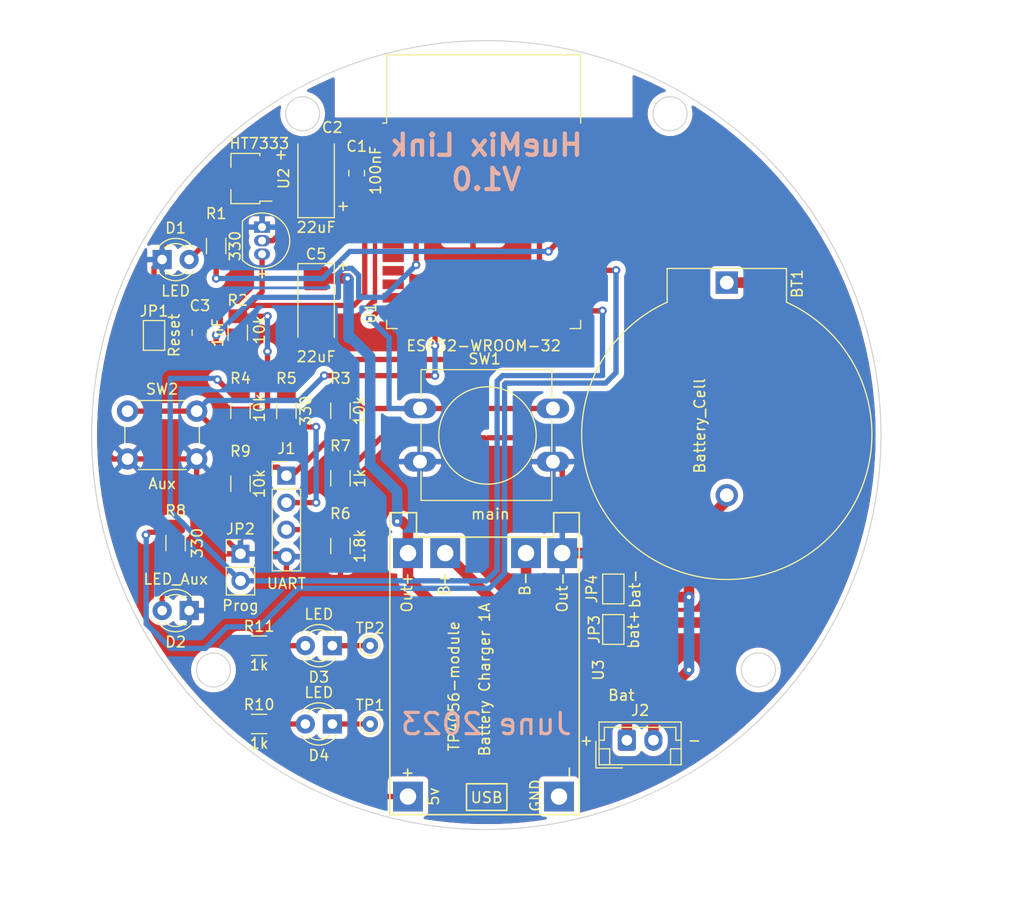
<source format=kicad_pcb>
(kicad_pcb (version 20211014) (generator pcbnew)
  (layers (0 "F.Cu" signal) (31 "B.Cu" signal) (34 "B.Paste" user) (35 "F.Paste" user) (36 "B.SilkS" user "B.Silkscreen") (37 "F.SilkS" user "F.Silkscreen") (38 "B.Mask" user) (39 "F.Mask" user) (44 "Edge.Cuts" user))
  (net 0 "")
  (net 1 "+BATT")
  (net 2 "-BATT")
  (net 3 "+3.3V")
  (net 4 "GND")
  (net 5 "Net-(C3-Pad1)")
  (net 6 "Net-(C5-Pad1)")
  (net 7 "Net-(D1-Pad2)")
  (net 8 "Net-(D2-Pad2)")
  (net 9 "Net-(D3-Pad1)")
  (net 10 "Net-(D3-Pad2)")
  (net 11 "Net-(D4-Pad1)")
  (net 12 "Net-(D4-Pad2)")
  (net 13 "Net-(J1-Pad2)")
  (net 14 "Net-(J1-Pad3)")
  (net 15 "Net-(JP2-Pad2)")
  (net 16 "Net-(R1-Pad1)")
  (net 17 "Net-(R3-Pad1)")
  (net 18 "Net-(R5-Pad2)")
  (net 19 "Net-(R7-Pad2)")
  (net 20 "Net-(R8-Pad1)")
  (net 21 "Net-(R9-Pad1)")
  (net 22 "+5V")
  (net 49 "GND1")
  (footprint "Resistor_SMD:R_1206_3216Metric_Pad1.30x1.75mm_HandSolder" (layer "F.Cu") (at 131.292 100.584)
    (fp_text reference "R11" (at 0 -1.82) (layer "F.SilkS"))
    (fp_text value "1k" (at 0 1.82) (layer "F.SilkS"))
    (pad "1" smd roundrect (at -1.55 0) (size 1.3 1.75) (layers "F.Cu" "F.Paste" "F.Mask") (roundrect_rratio 0.1923076923) (net 22 "+5V"))
    (pad "2" smd roundrect (at 1.55 0) (size 1.3 1.75) (layers "F.Cu" "F.Paste" "F.Mask") (roundrect_rratio 0.1923076923) (net 10 "Net-(D3-Pad2)"))
  )
  (footprint "LED_THT:LED_D3.0mm" (layer "F.Cu") (at 124.719 97.282 180)
    (fp_text reference "D2" (at 1.27 -2.96) (layer "F.SilkS"))
    (fp_text value "LED_Aux" (at 1.27 2.96) (layer "F.SilkS"))
    (pad "1" thru_hole rect (at 0 0 180) (size 1.8 1.8) (drill 0.9) (layers *.Cu *.Mask) (net 4 "GND"))
    (pad "2" thru_hole circle (at 2.54 0 180) (size 1.8 1.8) (drill 0.9) (layers *.Cu *.Mask) (net 8 "Net-(D2-Pad2)"))
  )
  (footprint "Resistor_SMD:R_1206_3216Metric_Pad1.30x1.75mm_HandSolder" (layer "F.Cu") (at 138.938 78.486 -90)
    (fp_text reference "R3" (at -3.048 0 180) (layer "F.SilkS"))
    (fp_text value "10k" (at 0 -1.778 90) (layer "F.SilkS"))
    (pad "1" smd roundrect locked (at -1.55 0 270) (size 1.3 1.75) (layers "F.Cu" "F.Paste" "F.Mask") (roundrect_rratio 0.1923076923) (net 17 "Net-(R3-Pad1)"))
    (pad "2" smd roundrect locked (at 1.55 0 270) (size 1.3 1.75) (layers "F.Cu" "F.Paste" "F.Mask") (roundrect_rratio 0.1923076923) (net 3 "+3.3V"))
  )
  (footprint "LED_THT:LED_D3.0mm" (layer "F.Cu") (at 122.174 64.262)
    (fp_text reference "D1" (at 1.27 -2.96) (layer "F.SilkS"))
    (fp_text value "LED" (at 1.27 2.96) (layer "F.SilkS"))
    (pad "1" thru_hole rect (at 0 0) (size 1.8 1.8) (drill 0.9) (layers *.Cu *.Mask) (net 4 "GND"))
    (pad "2" thru_hole circle (at 2.54 0) (size 1.8 1.8) (drill 0.9) (layers *.Cu *.Mask) (net 7 "Net-(D1-Pad2)"))
  )
  (footprint "Connector_PinHeader_2.54mm:PinHeader_1x04_P2.54mm_Vertical" (layer "F.Cu") (at 133.858 84.592)
    (fp_text reference "J1" (at 0 -2.55) (layer "F.SilkS"))
    (fp_text value "UART" (at 0 10.15) (layer "F.SilkS"))
    (pad "1" thru_hole rect (at 0 0) (size 1.7 1.7) (drill 1) (layers *.Cu *.Mask) (net 3 "+3.3V"))
    (pad "2" thru_hole oval (at 0 2.54) (size 1.7 1.7) (drill 1) (layers *.Cu *.Mask) (net 13 "Net-(J1-Pad2)"))
    (pad "3" thru_hole oval (at 0 5.08) (size 1.7 1.7) (drill 1) (layers *.Cu *.Mask) (net 14 "Net-(J1-Pad3)"))
    (pad "4" thru_hole oval (at 0 7.62) (size 1.7 1.7) (drill 1) (layers *.Cu *.Mask) (net 4 "GND"))
  )
  (footprint "LED_THT:LED_D3.0mm" (layer "F.Cu") (at 138.181 107.95 180)
    (fp_text reference "D4" (at 1.27 -2.96) (layer "F.SilkS"))
    (fp_text value "LED" (at 1.27 2.96) (layer "F.SilkS"))
    (pad "1" thru_hole rect (at 0 0 180) (size 1.8 1.8) (drill 0.9) (layers *.Cu *.Mask) (net 11 "Net-(D4-Pad1)"))
    (pad "2" thru_hole circle (at 2.54 0 180) (size 1.8 1.8) (drill 0.9) (layers *.Cu *.Mask) (net 12 "Net-(D4-Pad2)"))
  )
  (footprint "Button_Switch_THT:SW_PUSH_6mm" (layer "F.Cu") (at 118.924 78.522)
    (fp_text reference "SW2" (at 3.25 -2.068) (layer "F.SilkS"))
    (fp_text value "Aux" (at 3.25 6.822) (layer "F.SilkS"))
    (pad "1" thru_hole circle (at 0 0 90) (size 2 2) (drill 1.1) (layers *.Cu *.Mask) (net 21 "Net-(R9-Pad1)"))
    (pad "1" thru_hole circle (at 6.5 0 90) (size 2 2) (drill 1.1) (layers *.Cu *.Mask) (net 21 "Net-(R9-Pad1)"))
    (pad "2" thru_hole circle (at 0 4.5 90) (size 2 2) (drill 1.1) (layers *.Cu *.Mask) (net 4 "GND"))
    (pad "2" thru_hole circle (at 6.5 4.5 90) (size 2 2) (drill 1.1) (layers *.Cu *.Mask) (net 4 "GND"))
  )
  (footprint "Capacitor_Tantalum_SMD:CP_EIA-6032-20_AVX-F_Pad2.25x2.35mm_HandSolder" (layer "F.Cu") (at 136.652 68.58 -90)
    (fp_text reference "C5" (at -4.826 0) (layer "F.SilkS"))
    (fp_text value "22uF" (at 4.826 0) (layer "F.SilkS"))
    (pad "1" smd roundrect locked (at -2.55 0 270) (size 2.25 2.35) (layers "F.Cu" "F.Paste" "F.Mask") (roundrect_rratio 0.1111111111) (net 6 "Net-(C5-Pad1)"))
    (pad "2" smd roundrect locked (at 2.55 0 270) (size 2.25 2.35) (layers "F.Cu" "F.Paste" "F.Mask") (roundrect_rratio 0.1111111111) (net 4 "GND"))
  )
  (footprint "Resistor_SMD:R_1206_3216Metric_Pad1.30x1.75mm_HandSolder" (layer "F.Cu") (at 131.292 107.95)
    (fp_text reference "R10" (at 0 -1.82) (layer "F.SilkS"))
    (fp_text value "1k" (at 0 1.82) (layer "F.SilkS"))
    (pad "1" smd roundrect (at -1.55 0) (size 1.3 1.75) (layers "F.Cu" "F.Paste" "F.Mask") (roundrect_rratio 0.1923076923) (net 22 "+5V"))
    (pad "2" smd roundrect (at 1.55 0) (size 1.3 1.75) (layers "F.Cu" "F.Paste" "F.Mask") (roundrect_rratio 0.1923076923) (net 12 "Net-(D4-Pad2)"))
  )
  (footprint "Resistor_SMD:R_1206_3216Metric_Pad1.30x1.75mm_HandSolder" (layer "F.Cu") (at 129.54 85.344 90)
    (fp_text reference "R9" (at 3.048 0 180) (layer "F.SilkS"))
    (fp_text value "10k" (at 0 1.778 270) (layer "F.SilkS"))
    (pad "1" smd roundrect locked (at -1.55 0 90) (size 1.3 1.75) (layers "F.Cu" "F.Paste" "F.Mask") (roundrect_rratio 0.1923076923) (net 21 "Net-(R9-Pad1)"))
    (pad "2" smd roundrect locked (at 1.55 0 90) (size 1.3 1.75) (layers "F.Cu" "F.Paste" "F.Mask") (roundrect_rratio 0.1923076923) (net 3 "+3.3V"))
  )
  (footprint "Capacitor_SMD:C_0805_2012Metric_Pad1.18x1.45mm_HandSolder" (layer "F.Cu") (at 140.462 56.134 90)
    (fp_text reference "C1" (at 2.5185 0) (layer "F.SilkS"))
    (fp_text value "100nF" (at 0.254 1.778 90) (layer "F.SilkS"))
    (pad "1" smd roundrect (at -1.0375 0 90) (size 1.175 1.45) (layers "F.Cu" "F.Paste" "F.Mask") (roundrect_rratio 0.2127659574) (net 3 "+3.3V"))
    (pad "2" smd roundrect (at 1.0375 0 90) (size 1.175 1.45) (layers "F.Cu" "F.Paste" "F.Mask") (roundrect_rratio 0.2127659574) (net 4 "GND"))
  )
  (footprint "Jumper:SolderJumper-2_P1.3mm_Open_Pad1.0x1.5mm" (layer "F.Cu") (at 164.592 95.25 -90)
    (fp_text reference "JP4" (at 0 2.032 90) (layer "F.SilkS"))
    (fp_text value "bat-" (at 0 -2.032 90) (layer "F.SilkS"))
    (pad "1" smd rect (at -0.65 0 270) (size 1 1.5) (layers "F.Cu" "F.Mask") (net 4 "GND"))
    (pad "2" smd rect (at 0.65 0 270) (size 1 1.5) (layers "F.Cu" "F.Mask") (net 2 "-BATT"))
  )
  (footprint "Resistor_SMD:R_1206_3216Metric_Pad1.30x1.75mm_HandSolder" (layer "F.Cu") (at 129.54 78.486 90)
    (fp_text reference "R4" (at 3.048 0 180) (layer "F.SilkS"))
    (fp_text value "10k" (at 0.254 1.778 90) (layer "F.SilkS"))
    (pad "1" smd roundrect (at -1.55 0 90) (size 1.3 1.75) (layers "F.Cu" "F.Paste" "F.Mask") (roundrect_rratio 0.1923076923) (net 3 "+3.3V"))
    (pad "2" smd roundrect (at 1.55 0 90) (size 1.3 1.75) (layers "F.Cu" "F.Paste" "F.Mask") (roundrect_rratio 0.1923076923) (net 15 "Net-(JP2-Pad2)"))
  )
  (footprint "Resistor_SMD:R_1206_3216Metric_Pad1.30x1.75mm_HandSolder" (layer "F.Cu") (at 138.938 91.212 90)
    (fp_text reference "R6" (at 3.048 0 180) (layer "F.SilkS"))
    (fp_text value "1.8k" (at 0 1.82 90) (layer "F.SilkS"))
    (pad "1" smd roundrect (at -1.55 0 90) (size 1.3 1.75) (layers "F.Cu" "F.Paste" "F.Mask") (roundrect_rratio 0.1923076923) (net 4 "GND"))
    (pad "2" smd roundrect (at 1.55 0 90) (size 1.3 1.75) (layers "F.Cu" "F.Paste" "F.Mask") (roundrect_rratio 0.1923076923) (net 14 "Net-(J1-Pad3)"))
  )
  (footprint "Capacitor_SMD:C_0805_2012Metric_Pad1.18x1.45mm_HandSolder" (layer "F.Cu") (at 125.73 71.146 90)
    (fp_text reference "C3" (at 2.54 0 180) (layer "F.SilkS"))
    (fp_text value "1nF" (at 0 1.68 90) (layer "F.SilkS"))
    (pad "1" smd roundrect (at -1.0375 0 90) (size 1.175 1.45) (layers "F.Cu" "F.Paste" "F.Mask") (roundrect_rratio 0.2127659574) (net 5 "Net-(C3-Pad1)"))
    (pad "2" smd roundrect (at 1.0375 0 90) (size 1.175 1.45) (layers "F.Cu" "F.Paste" "F.Mask") (roundrect_rratio 0.2127659574) (net 4 "GND"))
  )
  (footprint "Button_Switch_THT:SW_PUSH-12mm" (layer "F.Cu") (at 146.414 78.272)
    (fp_text reference "SW1" (at 6.08 -4.66) (layer "F.SilkS"))
    (fp_text value "main" (at 6.62 9.93) (layer "F.SilkS"))
    (pad "1" thru_hole oval (at 0 0) (size 3.048 1.85) (drill 1.3) (layers *.Cu *.Mask) (net 17 "Net-(R3-Pad1)"))
    (pad "1" thru_hole oval (at 12.5 0) (size 3.048 1.85) (drill 1.3) (layers *.Cu *.Mask) (net 17 "Net-(R3-Pad1)"))
    (pad "2" thru_hole oval (at 0 5) (size 3.048 1.85) (drill 1.3) (layers *.Cu *.Mask) (net 4 "GND"))
    (pad "2" thru_hole oval (at 12.5 5) (size 3.048 1.85) (drill 1.3) (layers *.Cu *.Mask) (net 4 "GND"))
  )
  (footprint "Jumper:SolderJumper-2_P1.3mm_Open_Pad1.0x1.5mm" (layer "F.Cu") (at 121.412 71.4 90)
    (fp_text reference "JP1" (at 2.286 0 180) (layer "F.SilkS"))
    (fp_text value "Reset" (at 0 1.9 90) (layer "F.SilkS"))
    (pad "1" smd rect locked (at -0.65 0 90) (size 1 1.5) (layers "F.Cu" "F.Mask") (net 5 "Net-(C3-Pad1)"))
    (pad "2" smd rect locked (at 0.65 0 90) (size 1 1.5) (layers "F.Cu" "F.Mask") (net 4 "GND"))
  )
  (footprint "Capacitor_Tantalum_SMD:CP_EIA-6032-20_AVX-F_Pad2.25x2.35mm_HandSolder" (layer "F.Cu") (at 136.652 56.388 90)
    (fp_text reference "C2" (at 4.547 1.524 180) (layer "F.SilkS"))
    (fp_text value "22uF" (at -4.851 0 180) (layer "F.SilkS"))
    (pad "1" smd roundrect locked (at -2.55 0 90) (size 2.25 2.35) (layers "F.Cu" "F.Paste" "F.Mask") (roundrect_rratio 0.1111111111) (net 3 "+3.3V"))
    (pad "2" smd roundrect locked (at 2.55 0 90) (size 2.25 2.35) (layers "F.Cu" "F.Paste" "F.Mask") (roundrect_rratio 0.1111111111) (net 4 "GND"))
  )
  (footprint "Resistor_SMD:R_1206_3216Metric_Pad1.30x1.75mm_HandSolder" (layer "F.Cu") (at 133.858 78.486 90)
    (fp_text reference "R5" (at 3.048 0 180) (layer "F.SilkS"))
    (fp_text value "330" (at 0 1.82 90) (layer "F.SilkS"))
    (pad "1" smd roundrect (at -1.55 0 90) (size 1.3 1.75) (layers "F.Cu" "F.Paste" "F.Mask") (roundrect_rratio 0.1923076923) (net 13 "Net-(J1-Pad2)"))
    (pad "2" smd roundrect (at 1.55 0 90) (size 1.3 1.75) (layers "F.Cu" "F.Paste" "F.Mask") (roundrect_rratio 0.1923076923) (net 18 "Net-(R5-Pad2)"))
  )
  (footprint "Resistor_SMD:R_1206_3216Metric_Pad1.30x1.75mm_HandSolder" (layer "F.Cu") (at 138.938 84.836 90)
    (fp_text reference "R7" (at 3.048 0 180) (layer "F.SilkS"))
    (fp_text value "1k" (at 0 1.82 90) (layer "F.SilkS"))
    (pad "1" smd roundrect (at -1.55 0 90) (size 1.3 1.75) (layers "F.Cu" "F.Paste" "F.Mask") (roundrect_rratio 0.1923076923) (net 14 "Net-(J1-Pad3)"))
    (pad "2" smd roundrect (at 1.55 0 90) (size 1.3 1.75) (layers "F.Cu" "F.Paste" "F.Mask") (roundrect_rratio 0.1923076923) (net 19 "Net-(R7-Pad2)"))
  )
  (footprint "Package_TO_SOT_SMD:SOT-89-3" (layer "F.Cu") (at 130.302 56.642 180)
    (fp_text reference "U2" (at -3.302 0 90) (layer "F.SilkS"))
    (fp_text value "HT7333" (at -1.016 3.302) (layer "F.SilkS"))
    (pad "1" smd rect (at -1.65 -1.5 180) (size 1.3 0.9) (layers "F.Cu" "F.Paste" "F.Mask") (net 4 "GND"))
    (pad "2" smd custom (at -1.5625 0 180) (size 1.475 0.9) (layers "F.Cu" "F.Paste" "F.Mask") (net 6 "Net-(C5-Pad1)") (options (clearance outline) (anchor rect)) (primitives (gr_poly (pts (xy 3.8625 0.8665) (xy 0.7375 0.8665) (xy 0.7375 -0.8665) (xy 3.8625 -0.8665)) (width 0) (fill yes))))
    (pad "3" smd rect (at -1.65 1.5 180) (size 1.3 0.9) (layers "F.Cu" "F.Paste" "F.Mask") (net 3 "+3.3V"))
  )
  (footprint "Jumper:SolderJumper-2_P1.3mm_Open_Pad1.0x1.5mm" (layer "F.Cu") (at 164.592 99.06 90)
    (fp_text reference "JP3" (at 0 -1.8 90) (layer "F.SilkS"))
    (fp_text value "bat+" (at 0 1.9 90) (layer "F.SilkS"))
    (pad "1" smd rect (at -0.65 0 90) (size 1 1.5) (layers "F.Cu" "F.Mask") (net 6 "Net-(C5-Pad1)"))
    (pad "2" smd rect (at 0.65 0 90) (size 1 1.5) (layers "F.Cu" "F.Mask") (net 1 "+BATT"))
  )
  (footprint "TP4056-18650-master:TP4056-18650" (layer "F.Cu") (at 143.5875 116.4745 90)
    (fp_text reference "U3" (at 13.6 19.6 90) (layer "F.SilkS"))
    (fp_text value "TP4056-module" (at 12.0805 6.0185 90) (layer "F.SilkS"))
    (fp_text user "-" (at 4 16.8 90) (layer "F.SilkS"))
    (fp_text user "+" (at 3.9 1.6 90) (layer "F.SilkS"))
    (fp_text user "B-" (at 21.7 12.7 90) (layer "F.SilkS"))
    (fp_text user "Battery Charger 1A" (at 12.7 8.9 90) (layer "F.SilkS"))
    (fp_text user "Out+" (at 20.9 1.6 90) (layer "F.SilkS"))
    (fp_text user "Out-" (at 20.9 16.2 90) (layer "F.SilkS"))
    (fp_text user "USB" (at 1.6 9.1) (layer "F.SilkS"))
    (fp_text user "B+" (at 21.7 5.1 90) (layer "F.SilkS"))
    (fp_text user "GND" (at 1.8 13.7 90) (layer "F.SilkS"))
    (fp_text user "5v" (at 1.7 4.1 90) (layer "F.SilkS"))
    (pad "1" thru_hole rect locked (at 1.7 1.7 90) (size 2.8 2.8) (drill 1.54) (layers *.Cu *.Mask) (net 22 "+5V"))
    (pad "2" thru_hole rect locked (at 1.7 15.9 90) (size 2.8 2.8) (drill 1.54) (layers *.Cu *.Mask) (net 49 "GND1"))
    (pad "3" thru_hole rect locked (at 24.6 1.7 90) (size 2.8 2.8) (drill 1.54) (layers *.Cu *.Mask) (net 6 "Net-(C5-Pad1)"))
    (pad "4" thru_hole rect locked (at 24.6 16.2 90) (size 2.8 2.8) (drill 1.54) (layers *.Cu *.Mask) (net 4 "GND"))
    (pad "5" thru_hole rect locked (at 24.6 5.2 90) (size 2.8 2.8) (drill 1.54) (layers *.Cu *.Mask) (net 1 "+BATT"))
    (pad "6" thru_hole rect locked (at 24.6 12.8 90) (size 2.8 2.8) (drill 1.54) (layers *.Cu *.Mask) (net 2 "-BATT"))
  )
  (footprint "Battery:BatteryHolder_ComfortableElectronic_CH273-2450_1x2450" (layer "F.Cu") (at 175.26 66.43392 -90)
    (fp_text reference "BT1" (at 0.1 -6.62 -90) (layer "F.SilkS"))
    (fp_text value "Battery_Cell" (at 13.47 2.54 -90) (layer "F.SilkS"))
    (pad "1" thru_hole rect (at 0 0 180) (size 2.1 2.1) (drill 1.3) (layers *.Cu *.Mask) (net 1 "+BATT"))
    (pad "2" thru_hole circle (at 20 0 180) (size 2.1 2.1) (drill 1.3) (layers *.Cu *.Mask) (net 2 "-BATT"))
  )
  (footprint "Resistor_SMD:R_1206_3216Metric_Pad1.30x1.75mm_HandSolder" (layer "F.Cu") (at 129.286 71.146 90)
    (fp_text reference "R2" (at 3.048 0 180) (layer "F.SilkS"))
    (fp_text value "10k" (at 0.254 2.032 90) (layer "F.SilkS"))
    (pad "1" smd roundrect locked (at -1.55 0 90) (size 1.3 1.75) (layers "F.Cu" "F.Paste" "F.Mask") (roundrect_rratio 0.1923076923) (net 5 "Net-(C3-Pad1)"))
    (pad "2" smd roundrect locked (at 1.55 0 90) (size 1.3 1.75) (layers "F.Cu" "F.Paste" "F.Mask") (roundrect_rratio 0.1923076923) (net 3 "+3.3V"))
  )
  (footprint "TestPoint:TestPoint_THTPad_D1.5mm_Drill0.7mm" (layer "F.Cu") (at 141.732 100.584)
    (fp_text reference "TP2" (at 0 -1.648) (layer "F.SilkS"))
    (fp_text value "Charging" hide)
    (pad "1" thru_hole circle (at 0 0) (size 1.5 1.5) (drill 0.7) (layers *.Cu *.Mask) (net 9 "Net-(D3-Pad1)"))
  )
  (footprint "TestPoint:TestPoint_THTPad_D1.5mm_Drill0.7mm" (layer "F.Cu") (at 141.732 107.95 90)
    (fp_text reference "TP1" (at 1.778 0 180) (layer "F.SilkS"))
    (fp_text value "Standby" hide)
    (pad "1" thru_hole circle (at 0 0 90) (size 1.5 1.5) (drill 0.7) (layers *.Cu *.Mask) (net 11 "Net-(D4-Pad1)"))
  )
  (footprint "RF_Module:ESP32-WROOM-32" (layer "F.Cu") (at 152.4 60.876)
    (fp_text reference "U1" (at -10.61 8.43 90) (layer "F.SilkS"))
    (fp_text value "ESP32-WROOM-32" (at 0 11.5) (layer "F.SilkS"))
    (pad "1" smd rect (at -8.5 -8.255) (size 2 0.9) (layers "F.Cu" "F.Paste" "F.Mask") (net 4 "GND"))
    (pad "2" smd rect (at -8.5 -6.985) (size 2 0.9) (layers "F.Cu" "F.Paste" "F.Mask") (net 3 "+3.3V"))
    (pad "3" smd rect (at -8.5 -5.715) (size 2 0.9) (layers "F.Cu" "F.Paste" "F.Mask") (net 5 "Net-(C3-Pad1)"))
    (pad "4" smd rect (at -8.5 -4.445) (size 2 0.9) (layers "F.Cu" "F.Paste" "F.Mask"))
    (pad "5" smd rect (at -8.5 -3.175) (size 2 0.9) (layers "F.Cu" "F.Paste" "F.Mask"))
    (pad "6" smd rect (at -8.5 -1.905) (size 2 0.9) (layers "F.Cu" "F.Paste" "F.Mask"))
    (pad "7" smd rect (at -8.5 -0.635) (size 2 0.9) (layers "F.Cu" "F.Paste" "F.Mask"))
    (pad "8" smd rect (at -8.5 0.635) (size 2 0.9) (layers "F.Cu" "F.Paste" "F.Mask"))
    (pad "9" smd rect (at -8.5 1.905) (size 2 0.9) (layers "F.Cu" "F.Paste" "F.Mask"))
    (pad "10" smd rect (at -8.5 3.175) (size 2 0.9) (layers "F.Cu" "F.Paste" "F.Mask"))
    (pad "11" smd rect (at -8.5 4.445) (size 2 0.9) (layers "F.Cu" "F.Paste" "F.Mask"))
    (pad "12" smd rect (at -8.5 5.715) (size 2 0.9) (layers "F.Cu" "F.Paste" "F.Mask"))
    (pad "13" smd rect (at -8.5 6.985) (size 2 0.9) (layers "F.Cu" "F.Paste" "F.Mask"))
    (pad "14" smd rect (at -8.5 8.255) (size 2 0.9) (layers "F.Cu" "F.Paste" "F.Mask") (net 17 "Net-(R3-Pad1)"))
    (pad "15" smd rect (at -5.715 9.255 90) (size 2 0.9) (layers "F.Cu" "F.Paste" "F.Mask") (net 4 "GND"))
    (pad "16" smd rect (at -4.445 9.255 90) (size 2 0.9) (layers "F.Cu" "F.Paste" "F.Mask") (net 21 "Net-(R9-Pad1)"))
    (pad "17" smd rect (at -3.175 9.255 90) (size 2 0.9) (layers "F.Cu" "F.Paste" "F.Mask"))
    (pad "18" smd rect (at -1.905 9.255 90) (size 2 0.9) (layers "F.Cu" "F.Paste" "F.Mask"))
    (pad "19" smd rect (at -0.635 9.255 90) (size 2 0.9) (layers "F.Cu" "F.Paste" "F.Mask"))
    (pad "20" smd rect (at 0.635 9.255 90) (size 2 0.9) (layers "F.Cu" "F.Paste" "F.Mask"))
    (pad "21" smd rect (at 1.905 9.255 90) (size 2 0.9) (layers "F.Cu" "F.Paste" "F.Mask"))
    (pad "22" smd rect (at 3.175 9.255 90) (size 2 0.9) (layers "F.Cu" "F.Paste" "F.Mask"))
    (pad "23" smd rect (at 4.445 9.255 90) (size 2 0.9) (layers "F.Cu" "F.Paste" "F.Mask"))
    (pad "24" smd rect (at 5.715 9.255 90) (size 2 0.9) (layers "F.Cu" "F.Paste" "F.Mask"))
    (pad "25" smd rect (at 8.5 8.255) (size 2 0.9) (layers "F.Cu" "F.Paste" "F.Mask") (net 15 "Net-(JP2-Pad2)"))
    (pad "26" smd rect (at 8.5 6.985) (size 2 0.9) (layers "F.Cu" "F.Paste" "F.Mask"))
    (pad "27" smd rect (at 8.5 5.715) (size 2 0.9) (layers "F.Cu" "F.Paste" "F.Mask"))
    (pad "28" smd rect (at 8.5 4.445) (size 2 0.9) (layers "F.Cu" "F.Paste" "F.Mask") (net 20 "Net-(R8-Pad1)"))
    (pad "29" smd rect (at 8.5 3.175) (size 2 0.9) (layers "F.Cu" "F.Paste" "F.Mask"))
    (pad "30" smd rect (at 8.5 1.905) (size 2 0.9) (layers "F.Cu" "F.Paste" "F.Mask") (net 16 "Net-(R1-Pad1)"))
    (pad "31" smd rect (at 8.5 0.635) (size 2 0.9) (layers "F.Cu" "F.Paste" "F.Mask"))
    (pad "32" smd rect (at 8.5 -0.635) (size 2 0.9) (layers "F.Cu" "F.Paste" "F.Mask"))
    (pad "33" smd rect (at 8.5 -1.905) (size 2 0.9) (layers "F.Cu" "F.Paste" "F.Mask"))
    (pad "34" smd rect (at 8.5 -3.175) (size 2 0.9) (layers "F.Cu" "F.Paste" "F.Mask") (net 19 "Net-(R7-Pad2)"))
    (pad "35" smd rect (at 8.5 -4.445) (size 2 0.9) (layers "F.Cu" "F.Paste" "F.Mask") (net 18 "Net-(R5-Pad2)"))
    (pad "36" smd rect (at 8.5 -5.715) (size 2 0.9) (layers "F.Cu" "F.Paste" "F.Mask"))
    (pad "37" smd rect (at 8.5 -6.985) (size 2 0.9) (layers "F.Cu" "F.Paste" "F.Mask"))
    (pad "38" smd rect (at 8.5 -8.255) (size 2 0.9) (layers "F.Cu" "F.Paste" "F.Mask") (net 4 "GND"))
    (pad "39" smd rect (at -1 -0.755) (size 5 5) (layers "F.Cu" "F.Paste" "F.Mask") (net 4 "GND"))
    (zone (net 0) (net_name "") (layers *.Cu) (connect_pads (clearance 0)) (min_thickness 0.254)
      (keepout (tracks not_allowed) (vias not_allowed) (pads not_allowed) (copperpour not_allowed) (footprints not_allowed))
      (fill (thermal_gap 0.508) (thermal_bridge_width 0.508))
      (polygon (pts (xy 138.4 50.906) (xy 166.4 50.906) (xy 166.4 40.126) (xy 138.4 40.126)))
    )
  )
  (footprint "Connector_PinHeader_2.54mm:PinHeader_1x02_P2.54mm_Vertical" (layer "F.Cu") (at 129.54 91.943)
    (fp_text reference "JP2" (at 0 -2.33) (layer "F.SilkS"))
    (fp_text value "Prog" (at 0 4.87) (layer "F.SilkS"))
    (pad "1" thru_hole rect (at 0 0) (size 1.7 1.7) (drill 1) (layers *.Cu *.Mask) (net 4 "GND"))
    (pad "2" thru_hole oval (at 0 2.54) (size 1.7 1.7) (drill 1) (layers *.Cu *.Mask) (net 15 "Net-(JP2-Pad2)"))
  )
  (footprint "Resistor_SMD:R_1206_3216Metric_Pad1.30x1.75mm_HandSolder" (layer "F.Cu") (at 123.444 90.932 -90)
    (fp_text reference "R8" (at -3.048 0 180) (layer "F.SilkS"))
    (fp_text value "330" (at 0 -2.032 90) (layer "F.SilkS"))
    (pad "1" smd roundrect (at -1.55 0 270) (size 1.3 1.75) (layers "F.Cu" "F.Paste" "F.Mask") (roundrect_rratio 0.1923076923) (net 20 "Net-(R8-Pad1)"))
    (pad "2" smd roundrect (at 1.55 0 270) (size 1.3 1.75) (layers "F.Cu" "F.Paste" "F.Mask") (roundrect_rratio 0.1923076923) (net 8 "Net-(D2-Pad2)"))
  )
  (footprint "Connector_JST:JST_EH_B2B-EH-A_1x02_P2.50mm_Vertical" (layer "F.Cu") (at 165.862 109.474)
    (fp_text reference "J2" (at 1.25 -2.8) (layer "F.SilkS"))
    (fp_text value "Bat" (at -0.518 -4.227167) (layer "F.SilkS"))
    (pad "1" thru_hole roundrect (at 0 0) (size 1.7 2) (drill 1) (layers *.Cu *.Mask) (roundrect_rratio 0.1470588235) (net 1 "+BATT"))
    (pad "2" thru_hole oval (at 2.5 0) (size 1.7 2) (drill 1) (layers *.Cu *.Mask) (net 2 "-BATT"))
  )
  (footprint "LED_THT:LED_D3.0mm" (layer "F.Cu") (at 138.181 100.584 180)
    (fp_text reference "D3" (at 1.27 -2.96) (layer "F.SilkS"))
    (fp_text value "LED" (at 1.27 2.96) (layer "F.SilkS"))
    (pad "1" thru_hole rect (at 0 0 180) (size 1.8 1.8) (drill 0.9) (layers *.Cu *.Mask) (net 9 "Net-(D3-Pad1)"))
    (pad "2" thru_hole circle (at 2.54 0 180) (size 1.8 1.8) (drill 0.9) (layers *.Cu *.Mask) (net 10 "Net-(D3-Pad2)"))
  )
  (footprint "Package_TO_SOT_THT:TO-92_Inline" (layer "F.Cu") (at 131.572 61.214 -90)
    (fp_text reference "U4" hide)
    (fp_text value "MCP1700")
    (pad "1" thru_hole rect (at 0 0 270) (size 1.05 1.5) (drill 0.75) (layers *.Cu *.Mask) (net 4 "GND"))
    (pad "2" thru_hole oval (at 1.27 0 270) (size 1.05 1.5) (drill 0.75) (layers *.Cu *.Mask) (net 6 "Net-(C5-Pad1)"))
    (pad "3" thru_hole oval (at 2.54 0 270) (size 1.05 1.5) (drill 0.75) (layers *.Cu *.Mask) (net 3 "+3.3V"))
  )
  (footprint "Resistor_SMD:R_1206_3216Metric_Pad1.30x1.75mm_HandSolder" (layer "F.Cu") (at 127.254 62.992 90)
    (fp_text reference "R1" (at 3.048 0 180) (layer "F.SilkS"))
    (fp_text value "330" (at 0 1.778 90) (layer "F.SilkS"))
    (pad "1" smd roundrect (at -1.55 0 90) (size 1.3 1.75) (layers "F.Cu" "F.Paste" "F.Mask") (roundrect_rratio 0.1923076923) (net 16 "Net-(R1-Pad1)"))
    (pad "2" smd roundrect (at 1.55 0 90) (size 1.3 1.75) (layers "F.Cu" "F.Paste" "F.Mask") (roundrect_rratio 0.1923076923) (net 7 "Net-(D1-Pad2)"))
  )
  (gr_circle locked (center 127 102.87) (end 128.6 102.87) (layer "Edge.Cuts") (width 0.1) (fill none))
  (gr_circle locked (center 152.654 80.772) (end 189.754 80.772) (layer "Edge.Cuts") (width 0.1) (fill none))
  (gr_circle (center 178.232 102.87) (end 179.832 102.87) (layer "Edge.Cuts") (width 0.1) (fill none))
  (gr_circle (center 169.926 50.546) (end 171.526 50.546) (layer "Edge.Cuts") (width 0.1) (fill none))
  (gr_circle locked (center 135.382 50.546) (end 136.982 50.546) (layer "Edge.Cuts") (width 0.1) (fill none))
  (gr_circle (center 152.654 80.772) (end 152.654 80.772) (layer "Edge.Cuts") (width 0.1) (fill none))
  (gr_text "HueMix Link\nV1.0\n" (at 152.654 55.118) (layer "B.SilkS") (effects (font (size 2 2) (thickness 0.4)) (justify mirror)))
  (gr_text "June 2023" (at 152.654 107.95) (layer "B.SilkS") (effects (font (size 2 2) (thickness 0.3)) (justify mirror)))
  (gr_text "+" (at 162.052 109.474) (layer "F.SilkS") (effects (font (size 1 1))))
  (gr_text "-" (at 172.212 109.474) (layer "F.SilkS") (effects (font (size 1 1))))
  (gr_text "+" (at 139.192 64.77) (layer "F.SilkS") (effects (font (size 1 1))))
  (gr_text "+" (at 133.35 54.356) (layer "F.SilkS") (effects (font (size 1 1))))
  (gr_text "+" (at 131.572 65.532) (layer "F.SilkS") (effects (font (size 1 1))))
  (gr_text "+" (at 139.192 59.182) (layer "F.SilkS") (effects (font (size 1 1))))
  (segment (start 176.984336 66.43392) (end 175.26 66.43392) (width 1) (layer "F.Cu") (net 1))
  (segment (start 164.592 98.41) (end 155.323 98.41) (width 1) (layer "F.Cu") (net 1))
  (segment (start 165.862 103.886) (end 167.528 102.22) (width 1) (layer "F.Cu") (net 1))
  (segment (start 177.688 98.41) (end 183.642 92.456) (width 1) (layer "F.Cu") (net 1))
  (segment (start 167.528 98.41) (end 177.688 98.41) (width 1) (layer "F.Cu") (net 1))
  (segment (start 183.642 73.091584) (end 176.984336 66.43392) (width 1) (layer "F.Cu") (net 1))
  (segment (start 167.528 98.41) (end 164.592 98.41) (width 1) (layer "F.Cu") (net 1))
  (segment (start 167.528 102.22) (end 167.528 98.41) (width 1) (layer "F.Cu") (net 1))
  (segment (start 183.642 92.456) (end 183.642 73.091584) (width 1) (layer "F.Cu") (net 1))
  (segment (start 155.323 98.41) (end 148.7875 91.8745) (width 1) (layer "F.Cu") (net 1))
  (segment (start 165.862 109.474) (end 165.862 103.886) (width 1) (layer "F.Cu") (net 1))
  (segment (start 168.115584 95.9) (end 164.592 95.9) (width 1) (layer "F.Cu") (net 2))
  (segment (start 168.362 109.474) (end 168.362 106.212) (width 1) (layer "F.Cu") (net 2))
  (segment (start 156.3875 94.4115) (end 156.3875 91.8745) (width 1) (layer "F.Cu") (net 2))
  (segment (start 171.704 96.012) (end 171.704 90.47992) (width 1) (layer "F.Cu") (net 2))
  (segment (start 164.592 95.9) (end 157.876 95.9) (width 1) (layer "F.Cu") (net 2))
  (segment (start 157.876 95.9) (end 156.3875 94.4115) (width 1) (layer "F.Cu") (net 2))
  (segment (start 168.227584 96.012) (end 168.115584 95.9) (width 1) (layer "F.Cu") (net 2))
  (segment (start 168.362 106.212) (end 171.704 102.87) (width 1) (layer "F.Cu") (net 2))
  (segment (start 171.704 96.012) (end 168.227584 96.012) (width 1) (layer "F.Cu") (net 2))
  (segment (start 171.704 90.47992) (end 175.26 86.92392) (width 1) (layer "F.Cu") (net 2))
  (via (at 171.704 102.87) (size 0.8) (drill 0.4) (layers "F.Cu" "B.Cu") (net 2))
  (via (at 171.704 96.012) (size 0.8) (drill 0.4) (layers "F.Cu" "B.Cu") (net 2))
  (segment (start 171.704 102.87) (end 171.704 96.012) (width 1) (layer "B.Cu") (net 2))
  (segment (start 142.45 54.261) (end 142.82 53.891) (width 0.5) (layer "F.Cu") (net 3))
  (segment (start 140.208 68.58) (end 141.224 67.564) (width 0.5) (layer "F.Cu") (net 3))
  (segment (start 142.82 53.891) (end 143.9 53.891) (width 0.5) (layer "F.Cu") (net 3))
  (segment (start 132.856 55.142) (end 136.652 58.938) (width 0.5) (layer "F.Cu") (net 3))
  (segment (start 129.54 80.036) (end 131.8 80.036) (width 0.5) (layer "F.Cu") (net 3))
  (segment (start 132.08 69.596) (end 129.286 69.596) (width 0.5) (layer "F.Cu") (net 3))
  (segment (start 131.572 63.754) (end 131.572 67.31) (width 0.5) (layer "F.Cu") (net 3))
  (segment (start 131.8 80.036) (end 132.08 79.756) (width 0.5) (layer "F.Cu") (net 3))
  (segment (start 133.858 84.592) (end 134.382 84.592) (width 0.5) (layer "F.Cu") (net 3))
  (segment (start 136.652 58.938) (end 138.6955 58.938) (width 0.5) (layer "F.Cu") (net 3))
  (segment (start 138.6955 58.938) (end 140.462 57.1715) (width 0.5) (layer "F.Cu") (net 3))
  (segment (start 134.382 84.592) (end 138.938 80.036) (width 0.5) (layer "F.Cu") (net 3))
  (segment (start 141.224 57.9335) (end 140.462 57.1715) (width 0.5) (layer "F.Cu") (net 3))
  (segment (start 131.952 55.142) (end 132.856 55.142) (width 0.5) (layer "F.Cu") (net 3))
  (segment (start 131.572 67.31) (end 130.302 68.58) (width 0.5) (layer "F.Cu") (net 3))
  (segment (start 129.286 69.596) (end 130.302 68.58) (width 0.5) (layer "F.Cu") (net 3))
  (segment (start 133.06 83.794) (end 133.858 84.592) (width 0.5) (layer "F.Cu") (net 3))
  (segment (start 129.54 83.794) (end 129.54 80.036) (width 0.5) (layer "F.Cu") (net 3))
  (segment (start 142.45 55.1835) (end 142.45 54.261) (width 0.5) (layer "F.Cu") (net 3))
  (segment (start 140.462 57.1715) (end 142.45 55.1835) (width 0.5) (layer "F.Cu") (net 3))
  (segment (start 141.224 67.564) (end 141.224 57.9335) (width 0.5) (layer "F.Cu") (net 3))
  (segment (start 130.302 68.58) (end 140.208 68.58) (width 0.5) (layer "F.Cu") (net 3))
  (segment (start 129.54 83.794) (end 133.06 83.794) (width 0.5) (layer "F.Cu") (net 3))
  (segment (start 132.08 79.756) (end 132.08 72.898) (width 0.5) (layer "F.Cu") (net 3))
  (via (at 132.08 72.898) (size 0.8) (drill 0.4) (layers "F.Cu" "B.Cu") (net 3))
  (via (at 132.08 69.596) (size 0.8) (drill 0.4) (layers "F.Cu" "B.Cu") (net 3))
  (segment (start 132.08 72.898) (end 132.08 69.596) (width 0.5) (layer "B.Cu") (net 3))
  (segment (start 125.424 83.022) (end 125.424 87.827) (width 0.5) (layer "F.Cu") (net 4))
  (segment (start 131.572 61.214) (end 131.572 59.842) (width 0.5) (layer "F.Cu") (net 4))
  (segment (start 119.242 70.75) (end 121.412 70.75) (width 0.5) (layer "F.Cu") (net 4))
  (segment (start 131.572 59.842) (end 130.912 59.182) (width 0.5) (layer "F.Cu") (net 4))
  (segment (start 140.673 52.621) (end 137.869 52.621) (width 0.5) (layer "F.Cu") (net 4))
  (segment (start 137.414 53.076) (end 129.042 53.076) (width 0.5) (layer "F.Cu") (net 4))
  (segment (start 145.442 71.374) (end 146.685 70.131) (width 0.5) (layer "F.Cu") (net 4))
  (segment (start 142.788 83.272) (end 146.414 83.272) (width 0.5) (layer "F.Cu") (net 4))
  (segment (start 164.592 94.6) (end 164.592 92.964) (width 1) (layer "F.Cu") (net 4))
  (segment (start 121.412 65.024) (end 122.174 64.262) (width 0.5) (layer "F.Cu") (net 4))
  (segment (start 130.912 59.182) (end 131.952 58.142) (width 0.5) (layer "F.Cu") (net 4))
  (segment (start 117.094 76.2) (end 118.618 74.676) (width 0.5) (layer "F.Cu") (net 4))
  (segment (start 121.412 70.75) (end 125.0885 70.75) (width 0.5) (layer "F.Cu") (net 4))
  (segment (start 140.462 55.0965) (end 140.462 52.832) (width 0.5) (layer "F.Cu") (net 4))
  (segment (start 129.54 91.943) (end 133.589 91.943) (width 0.5) (layer "F.Cu") (net 4))
  (segment (start 133.589 91.943) (end 133.858 92.212) (width 0.5) (layer "F.Cu") (net 4))
  (segment (start 125.0885 70.75) (end 125.73 70.1085) (width 0.5) (layer "F.Cu") (net 4))
  (segment (start 124.719 97.282) (end 124.719 94.991) (width 0.5) (layer "F.Cu") (net 4))
  (segment (start 127.767 91.943) (end 129.54 91.943) (width 0.5) (layer "F.Cu") (net 4))
  (segment (start 159.7875 91.8745) (end 159.7875 84.1455) (width 0.5) (layer "F.Cu") (net 4))
  (segment (start 117.566 83.022) (end 117.094 82.55) (width 0.5) (layer "F.Cu") (net 4))
  (segment (start 118.618 71.374) (end 119.242 70.75) (width 0.5) (layer "F.Cu") (net 4))
  (segment (start 140.673 52.621) (end 143.9 52.621) (width 0.5) (layer "F.Cu") (net 4))
  (segment (start 158.9 52.621) (end 160.9 52.621) (width 0.5) (layer "F.Cu") (net 4))
  (segment (start 164.592 92.964) (end 163.5025 91.8745) (width 1) (layer "F.Cu") (net 4))
  (segment (start 125.424 87.827) (end 129.54 91.943) (width 0.5) (layer "F.Cu") (net 4))
  (segment (start 140.462 52.832) (end 140.673 52.621) (width 0.5) (layer "F.Cu") (net 4))
  (segment (start 138.388 92.212) (end 138.938 92.762) (width 0.5) (layer "F.Cu") (net 4))
  (segment (start 118.924 83.022) (end 125.424 83.022) (width 0.5) (layer "F.Cu") (net 4))
  (segment (start 122.174 64.262) (end 122.174 62.992) (width 0.5) (layer "F.Cu") (net 4))
  (segment (start 127 55.118) (end 127 58.166) (width 0.5) (layer "F.Cu") (net 4))
  (segment (start 151.4 60.121) (end 158.9 52.621) (width 0.5) (layer "F.Cu") (net 4))
  (segment (start 117.094 82.55) (end 117.094 76.2) (width 0.5) (layer "F.Cu") (net 4))
  (segment (start 118.618 74.676) (end 118.618 71.374) (width 0.5) (layer "F.Cu") (net 4))
  (segment (start 128.016 59.182) (end 130.912 59.182) (width 0.5) (layer "F.Cu") (net 4))
  (segment (start 163.5025 91.8745) (end 159.7875 91.8745) (width 1) (layer "F.Cu") (net 4))
  (segment (start 133.858 92.212) (end 138.388 92.212) (width 0.5) (layer "F.Cu") (net 4))
  (segment (start 159.7875 84.1455) (end 158.914 83.272) (width 0.5) (layer "F.Cu") (net 4))
  (segment (start 124.719 94.991) (end 127.767 91.943) (width 0.5) (layer "F.Cu") (net 4))
  (segment (start 151.4 57.121) (end 146.9 52.621) (width 0.5) (layer "F.Cu") (net 4))
  (segment (start 136.896 71.374) (end 145.442 71.374) (width 0.5) (layer "F.Cu") (net 4))
  (segment (start 122.174 62.992) (end 127 58.166) (width 0.5) (layer "F.Cu") (net 4))
  (segment (start 129.042 53.076) (end 127 55.118) (width 0.5) (layer "F.Cu") (net 4))
  (segment (start 118.924 83.022) (end 117.566 83.022) (width 0.5) (layer "F.Cu") (net 4))
  (segment (start 146.9 52.621) (end 143.9 52.621) (width 0.5) (layer "F.Cu") (net 4))
  (segment (start 142.24 91.694) (end 142.24 83.82) (width 0.5) (layer "F.Cu") (net 4))
  (segment (start 137.869 52.621) (end 137.414 53.076) (width 0.5) (layer "F.Cu") (net 4))
  (segment (start 146.414 83.272) (end 158.914 83.272) (width 0.5) (layer "F.Cu") (net 4))
  (segment (start 136.652 71.13) (end 136.896 71.374) (width 0.5) (layer "F.Cu") (net 4))
  (segment (start 127 58.166) (end 128.016 59.182) (width 0.5) (layer "F.Cu") (net 4))
  (segment (start 138.938 92.762) (end 141.172 92.762) (width 0.5) (layer "F.Cu") (net 4))
  (segment (start 141.172 92.762) (end 142.24 91.694) (width 0.5) (layer "F.Cu") (net 4))
  (segment (start 121.412 70.75) (end 121.412 65.024) (width 0.5) (layer "F.Cu") (net 4))
  (segment (start 151.4 60.121) (end 151.4 57.121) (width 0.5) (layer "F.Cu") (net 4))
  (segment (start 142.24 83.82) (end 142.788 83.272) (width 0.5) (layer "F.Cu") (net 4))
  (segment (start 128.7735 72.1835) (end 129.286 72.696) (width 0.5) (layer "F.Cu") (net 5))
  (segment (start 145.839 55.161) (end 146.05 55.372) (width 0.5) (layer "F.Cu") (net 5))
  (segment (start 143.9 55.161) (end 145.839 55.161) (width 0.5) (layer "F.Cu") (net 5))
  (segment (start 146.05 55.372) (end 146.05 64.77) (width 0.5) (layer "F.Cu") (net 5))
  (segment (start 127.254 72.136) (end 127.3015 72.1835) (width 0.5) (layer "F.Cu") (net 5))
  (segment (start 127.3015 72.1835) (end 128.7735 72.1835) (width 0.5) (layer "F.Cu") (net 5))
  (segment (start 125.73 72.1835) (end 127.3015 72.1835) (width 0.5) (layer "F.Cu") (net 5))
  (segment (start 121.412 72.05) (end 125.5965 72.05) (width 0.5) (layer "F.Cu") (net 5))
  (segment (start 127.254 71.374) (end 127.254 72.136) (width 0.5) (layer "F.Cu") (net 5))
  (segment (start 125.5965 72.05) (end 125.73 72.1835) (width 0.5) (layer "F.Cu") (net 5))
  (via (at 146.05 64.77) (size 0.8) (drill 0.4) (layers "F.Cu" "B.Cu") (net 5))
  (via (at 127.254 71.374) (size 0.8) (drill 0.4) (layers "F.Cu" "B.Cu") (net 5))
  (segment (start 138.75 67.818) (end 130.81 67.818) (width 0.5) (layer "B.Cu") (net 5))
  (segment (start 138.6625 65.646498) (end 138.6625 66.433502) (width 0.5) (layer "B.Cu") (net 5))
  (segment (start 140.65 67.818) (end 140.65 65.733998) (width 0.5) (layer "B.Cu") (net 5))
  (segment (start 138.6625 66.433502) (end 138.75 66.521002) (width 0.5) (layer "B.Cu") (net 5))
  (segment (start 140.006002 65.09) (end 139.218998 65.09) (width 0.5) (layer "B.Cu") (net 5))
  (segment (start 143.002 67.818) (end 140.65 67.818) (width 0.5) (layer "B.Cu") (net 5))
  (segment (start 146.05 64.77) (end 143.002 67.818) (width 0.5) (layer "B.Cu") (net 5))
  (segment (start 138.75 66.521002) (end 138.75 67.818) (width 0.5) (layer "B.Cu") (net 5))
  (segment (start 139.218998 65.09) (end 138.6625 65.646498) (width 0.5) (layer "B.Cu") (net 5))
  (segment (start 130.81 67.818) (end 127.254 71.374) (width 0.5) (layer "B.Cu") (net 5))
  (segment (start 140.65 65.733998) (end 140.006002 65.09) (width 0.5) (layer "B.Cu") (net 5))
  (segment (start 145.2875 89.4745) (end 144.713 88.9) (width 1) (layer "F.Cu") (net 6))
  (segment (start 145.2875 94.2745) (end 145.2875 91.8745) (width 1) (layer "F.Cu") (net 6))
  (segment (start 136.642 66.03) (end 136.652 66.03) (width 0.5) (layer "F.Cu") (net 6))
  (segment (start 131.8645 56.642) (end 132.452 56.642) (width 0.5) (layer "F.Cu") (net 6))
  (segment (start 132.588 62.484) (end 131.572 62.484) (width 0.5) (layer "F.Cu") (net 6))
  (segment (start 144.713 88.9) (end 144.272 88.9) (width 1) (layer "F.Cu") (net 6))
  (segment (start 145.2875 91.8745) (end 145.2875 89.4745) (width 1) (layer "F.Cu") (net 6))
  (segment (start 150.723 99.71) (end 145.2875 94.2745) (width 1) (layer "F.Cu") (net 6))
  (segment (start 132.842 62.23) (end 136.642 66.03) (width 0.5) (layer "F.Cu") (net 6))
  (segment (start 136.662 66.04) (end 136.652 66.03) (width 1) (layer "F.Cu") (net 6))
  (segment (start 139.6125 66.04) (end 136.662 66.04) (width 1) (layer "F.Cu") (net 6))
  (segment (start 133.052 62.02) (end 132.842 62.23) (width 0.5) (layer "F.Cu") (net 6))
  (segment (start 164.592 99.71) (end 150.723 99.71) (width 1) (layer "F.Cu") (net 6))
  (segment (start 132.842 62.23) (end 132.588 62.484) (width 0.5) (layer "F.Cu") (net 6))
  (segment (start 132.452 56.642) (end 133.052 57.242) (width 0.5) (layer "F.Cu") (net 6))
  (segment (start 133.052 57.242) (end 133.052 62.02) (width 0.5) (layer "F.Cu") (net 6))
  (via (at 144.272 88.9) (size 0.8) (drill 0.4) (layers "F.Cu" "B.Cu") (net 6))
  (via (at 139.6125 66.04) (size 0.8) (drill 0.4) (layers "F.Cu" "B.Cu") (net 6))
  (segment (start 144.272 86.074365) (end 141.732 83.534365) (width 1) (layer "B.Cu") (net 6))
  (segment (start 141.732 73.406) (end 139.954 71.628) (width 1) (layer "B.Cu") (net 6))
  (segment (start 139.7 66.1275) (end 139.6125 66.04) (width 1) (layer "B.Cu") (net 6))
  (segment (start 139.7 71.628) (end 139.7 66.1275) (width 1) (layer "B.Cu") (net 6))
  (segment (start 139.954 71.628) (end 139.7 71.628) (width 1) (layer "B.Cu") (net 6))
  (segment (start 144.272 88.9) (end 144.272 86.074365) (width 1) (layer "B.Cu") (net 6))
  (segment (start 141.732 83.534365) (end 141.732 73.406) (width 1) (layer "B.Cu") (net 6))
  (segment (start 124.714 64.262) (end 127.534 61.442) (width 0.5) (layer "F.Cu") (net 7))
  (segment (start 122.179 97.282) (end 122.179 93.747) (width 0.5) (layer "F.Cu") (net 8))
  (segment (start 122.179 93.747) (end 123.444 92.482) (width 0.5) (layer "F.Cu") (net 8))
  (segment (start 138.181 100.584) (end 141.732 100.584) (width 0.5) (layer "F.Cu") (net 9))
  (segment (start 132.842 100.584) (end 135.641 100.584) (width 0.5) (layer "F.Cu") (net 10))
  (segment (start 138.181 107.95) (end 141.732 107.95) (width 0.5) (layer "F.Cu") (net 11))
  (segment (start 132.842 107.95) (end 135.641 107.95) (width 0.5) (layer "F.Cu") (net 12))
  (segment (start 136.652 80.01) (end 133.884 80.01) (width 0.5) (layer "F.Cu") (net 13))
  (segment (start 133.884 80.01) (end 133.858 80.036) (width 0.5) (layer "F.Cu") (net 13))
  (segment (start 136.642 87.132) (end 136.652 87.122) (width 0.5) (layer "F.Cu") (net 13))
  (segment (start 133.858 87.132) (end 136.642 87.132) (width 0.5) (layer "F.Cu") (net 13))
  (via (at 136.652 87.122) (size 0.8) (drill 0.4) (layers "F.Cu" "B.Cu") (net 13))
  (via (at 136.652 80.01) (size 0.8) (drill 0.4) (layers "F.Cu" "B.Cu") (net 13))
  (segment (start 136.652 87.122) (end 136.652 80.01) (width 0.5) (layer "B.Cu") (net 13))
  (segment (start 138.928 89.672) (end 138.938 89.662) (width 0.5) (layer "F.Cu") (net 14))
  (segment (start 133.858 89.672) (end 138.928 89.672) (width 0.5) (layer "F.Cu") (net 14))
  (segment (start 138.938 89.662) (end 138.938 86.386) (width 0.5) (layer "F.Cu") (net 14))
  (segment (start 128.752 76.936) (end 127.381 75.565) (width 0.5) (layer "F.Cu") (net 15))
  (segment (start 160.943 69.088) (end 160.9 69.131) (width 0.5) (layer "F.Cu") (net 15))
  (segment (start 163.576 69.088) (end 160.943 69.088) (width 0.5) (layer "F.Cu") (net 15))
  (segment (start 129.54 76.936) (end 128.752 76.936) (width 0.5) (layer "F.Cu") (net 15))
  (via (at 127.381 75.565) (size 0.8) (drill 0.4) (layers "F.Cu" "B.Cu") (net 15))
  (via (at 163.576 69.088) (size 0.8) (drill 0.4) (layers "F.Cu" "B.Cu") (net 15))
  (segment (start 127.381 75.565) (end 127.254 75.438) (width 0.5) (layer "B.Cu") (net 15))
  (segment (start 127.254 75.438) (end 122.936 75.438) (width 0.5) (layer "B.Cu") (net 15))
  (segment (start 154.178 75.184) (end 163.576 75.184) (width 0.5) (layer "B.Cu") (net 15))
  (segment (start 163.576 75.184) (end 163.576 69.088) (width 0.5) (layer "B.Cu") (net 15))
  (segment (start 122.936 87.879) (end 129.54 94.483) (width 0.5) (layer "B.Cu") (net 15))
  (segment (start 129.54 94.483) (end 152.649 94.483) (width 0.5) (layer "B.Cu") (net 15))
  (segment (start 152.654 94.488) (end 153.67 93.472) (width 0.5) (layer "B.Cu") (net 15))
  (segment (start 153.67 75.692) (end 154.178 75.184) (width 0.5) (layer "B.Cu") (net 15))
  (segment (start 122.936 75.438) (end 122.936 87.879) (width 0.5) (layer "B.Cu") (net 15))
  (segment (start 152.649 94.483) (end 152.654 94.488) (width 0.5) (layer "B.Cu") (net 15))
  (segment (start 153.67 93.472) (end 153.67 75.692) (width 0.5) (layer "B.Cu") (net 15))
  (segment (start 158.496 63.5) (end 159.215 62.781) (width 0.5) (layer "F.Cu") (net 16))
  (segment (start 127.254 64.542) (end 127.254 66.04) (width 0.5) (layer "F.Cu") (net 16))
  (segment (start 159.215 62.781) (end 160.9 62.781) (width 0.5) (layer "F.Cu") (net 16))
  (via (at 158.496 63.5) (size 0.8) (drill 0.4) (layers "F.Cu" "B.Cu") (net 16))
  (via (at 127.254 66.04) (size 0.8) (drill 0.4) (layers "F.Cu" "B.Cu") (net 16))
  (segment (start 139.819048 63.5) (end 158.496 63.5) (width 0.5) (layer "B.Cu") (net 16))
  (segment (start 127.254 66.04) (end 137.279048 66.04) (width 0.5) (layer "B.Cu") (net 16))
  (segment (start 137.279048 66.04) (end 139.819048 63.5) (width 0.5) (layer "B.Cu") (net 16))
  (segment (start 141.01 78.272) (end 138.938 76.2) (width 0.5) (layer "F.Cu") (net 17))
  (segment (start 146.414 78.272) (end 158.914 78.272) (width 0.5) (layer "F.Cu") (net 17))
  (segment (start 143.9 69.131) (end 142.451 69.131) (width 0.5) (layer "F.Cu") (net 17))
  (segment (start 142.451 69.131) (end 141.732 69.85) (width 0.5) (layer "F.Cu") (net 17))
  (segment (start 146.414 78.272) (end 141.01 78.272) (width 0.5) (layer "F.Cu") (net 17))
  (via (at 141.732 69.85) (size 0.8) (drill 0.4) (layers "F.Cu" "B.Cu") (net 17))
  (segment (start 143.51 71.628) (end 143.51 78.232) (width 0.5) (layer "B.Cu") (net 17))
  (segment (start 141.732 69.85) (end 143.51 71.628) (width 0.5) (layer "B.Cu") (net 17))
  (segment (start 143.55 78.272) (end 146.414 78.272) (width 0.5) (layer "B.Cu") (net 17))
  (segment (start 143.51 78.232) (end 143.55 78.272) (width 0.5) (layer "B.Cu") (net 17))
  (segment (start 157.48 73.66) (end 134.62 73.66) (width 0.5) (layer "F.Cu") (net 18))
  (segment (start 133.858 74.422) (end 133.858 76.936) (width 0.5) (layer "F.Cu") (net 18))
  (segment (start 134.62 73.66) (end 133.858 74.422) (width 0.5) (layer "F.Cu") (net 18))
  (segment (start 160.9 56.431) (end 159.82 56.431) (width 0.5) (layer "F.Cu") (net 18))
  (segment (start 157.646 67.323) (end 159.258 68.935) (width 0.5) (layer "F.Cu") (net 18))
  (segment (start 159.82 56.431) (end 157.646 58.605) (width 0.5) (layer "F.Cu") (net 18))
  (segment (start 157.646 58.605) (end 157.646 67.323) (width 0.5) (layer "F.Cu") (net 18))
  (segment (start 159.258 68.935) (end 159.258 71.882) (width 0.5) (layer "F.Cu") (net 18))
  (segment (start 159.258 71.882) (end 157.48 73.66) (width 0.5) (layer "F.Cu") (net 18))
  (segment (start 142.748 81.026) (end 163.322 81.026) (width 0.5) (layer "F.Cu") (net 19))
  (segment (start 166.878 77.47) (end 166.878 57.658) (width 0.5) (layer "F.Cu") (net 19))
  (segment (start 140.488 83.286) (end 142.748 81.026) (width 0.5) (layer "F.Cu") (net 19))
  (segment (start 166.835 57.701) (end 160.9 57.701) (width 0.5) (layer "F.Cu") (net 19))
  (segment (start 166.878 57.658) (end 166.835 57.701) (width 0.5) (layer "F.Cu") (net 19))
  (segment (start 138.938 83.286) (end 140.488 83.286) (width 0.5) (layer "F.Cu") (net 19))
  (segment (start 163.322 81.026) (end 166.878 77.47) (width 0.5) (layer "F.Cu") (net 19))
  (segment (start 164.846 65.278) (end 160.943 65.278) (width 0.5) (layer "F.Cu") (net 20))
  (segment (start 120.65 90.17) (end 120.904 89.916) (width 0.5) (layer "F.Cu") (net 20))
  (segment (start 122.91 89.916) (end 123.444 89.382) (width 0.5) (layer "F.Cu") (net 20))
  (segment (start 120.904 89.916) (end 122.91 89.916) (width 0.5) (layer "F.Cu") (net 20))
  (segment (start 160.943 65.278) (end 160.9 65.321) (width 0.5) (layer "F.Cu") (net 20))
  (via (at 164.846 65.278) (size 0.8) (drill 0.4) (layers "F.Cu" "B.Cu") (net 20))
  (via (at 120.65 90.17) (size 0.8) (drill 0.4) (layers "F.Cu" "B.Cu") (net 20))
  (segment (start 131.318 98.806) (end 134.936 95.188) (width 0.5) (layer "B.Cu") (net 20))
  (segment (start 163.865949 75.884) (end 164.846 74.903949) (width 0.5) (layer "B.Cu") (net 20))
  (segment (start 120.65 90.17) (end 120.676 90.196) (width 0.5) (layer "B.Cu") (net 20))
  (segment (start 120.676 90.196) (end 120.676 98.522576) (width 0.5) (layer "B.Cu") (net 20))
  (segment (start 154.37 75.98195) (end 154.46795 75.884) (width 0.5) (layer "B.Cu") (net 20))
  (segment (start 122.991424 100.838) (end 126.238 100.838) (width 0.5) (layer "B.Cu") (net 20))
  (segment (start 154.46795 75.884) (end 163.865949 75.884) (width 0.5) (layer "B.Cu") (net 20))
  (segment (start 126.238 100.838) (end 128.27 98.806) (width 0.5) (layer "B.Cu") (net 20))
  (segment (start 128.27 98.806) (end 131.318 98.806) (width 0.5) (layer "B.Cu") (net 20))
  (segment (start 154.37 93.761949) (end 154.37 75.98195) (width 0.5) (layer "B.Cu") (net 20))
  (segment (start 120.676 98.522576) (end 122.991424 100.838) (width 0.5) (layer "B.Cu") (net 20))
  (segment (start 164.846 74.903949) (end 164.846 65.278) (width 0.5) (layer "B.Cu") (net 20))
  (segment (start 152.94395 95.188) (end 154.37 93.761949) (width 0.5) (layer "B.Cu") (net 20))
  (segment (start 134.936 95.188) (end 152.94395 95.188) (width 0.5) (layer "B.Cu") (net 20))
  (segment (start 147.828 70.258) (end 147.955 70.131) (width 0.5) (layer "F.Cu") (net 21))
  (segment (start 147.828 72.39) (end 147.828 70.258) (width 0.5) (layer "F.Cu") (net 21))
  (segment (start 118.924 78.522) (end 125.424 78.522) (width 0.5) (layer "F.Cu") (net 21))
  (segment (start 137.414 75.184) (end 147.828 75.184) (width 0.5) (layer "F.Cu") (net 21))
  (segment (start 127.254 84.608) (end 129.54 86.894) (width 0.5) (layer "F.Cu") (net 21))
  (segment (start 127.254 80.352) (end 127.254 84.608) (width 0.5) (layer "F.Cu") (net 21))
  (segment (start 125.424 78.522) (end 127.254 80.352) (width 0.5) (layer "F.Cu") (net 21))
  (via (at 137.414 75.184) (size 0.8) (drill 0.4) (layers "F.Cu" "B.Cu") (net 21))
  (via (at 147.828 75.184) (size 0.8) (drill 0.4) (layers "F.Cu" "B.Cu") (net 21))
  (via (at 147.828 72.39) (size 0.8) (drill 0.4) (layers "F.Cu" "B.Cu") (net 21))
  (segment (start 135.076 77.522) (end 137.414 75.184) (width 0.5) (layer "B.Cu") (net 21))
  (segment (start 147.828 75.184) (end 147.828 72.39) (width 0.5) (layer "B.Cu") (net 21))
  (segment (start 126.424 77.522) (end 135.076 77.522) (width 0.5) (layer "B.Cu") (net 21))
  (segment (start 125.424 78.522) (end 126.424 77.522) (width 0.5) (layer "B.Cu") (net 21))
  (segment (start 133.096 110.49) (end 132.08 110.49) (width 0.5) (layer "F.Cu") (net 22))
  (segment (start 142.2065 114.7745) (end 139.192 111.76) (width 0.5) (layer "F.Cu") (net 22))
  (segment (start 139.192 111.76) (end 134.366 111.76) (width 0.5) (layer "F.Cu") (net 22))
  (segment (start 134.366 111.76) (end 133.096 110.49) (width 0.5) (layer "F.Cu") (net 22))
  (segment (start 129.742 108.152) (end 129.742 107.95) (width 0.5) (layer "F.Cu") (net 22))
  (segment (start 129.742 107.95) (end 129.742 100.584) (width 0.5) (layer "F.Cu") (net 22))
  (segment (start 145.2875 114.7745) (end 142.2065 114.7745) (width 0.5) (layer "F.Cu") (net 22))
  (segment (start 132.08 110.49) (end 129.742 108.152) (width 0.5) (layer "F.Cu") (net 22))
  (zone (net 4) (net_name "GND") (layers F&B.Cu) (connect_pads (clearance 0.508)) (min_thickness 0.254) (fill yes (thermal_gap 0.508) (thermal_bridge_width 0.508))
    (polygon (pts (xy 199.39 126.746) (xy 106.934 126.746) (xy 110.998 41.148) (xy 203.2 39.878)))
  )
)
</source>
